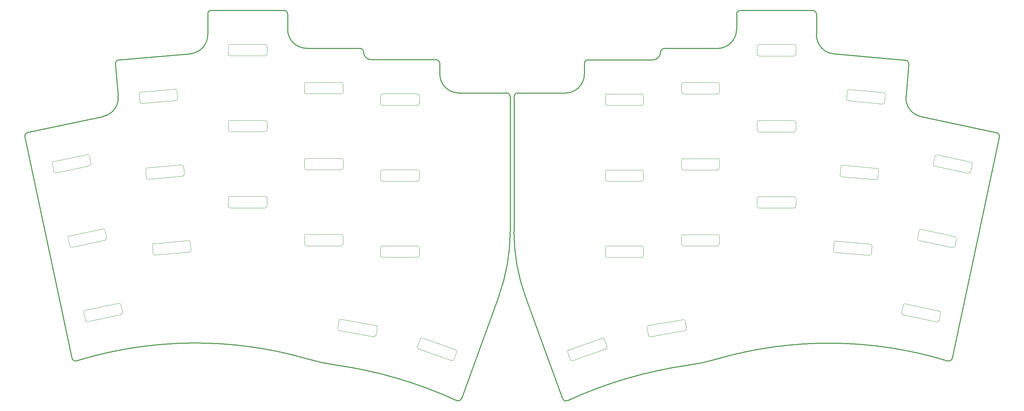
<source format=gbr>
%TF.GenerationSoftware,KiCad,Pcbnew,9.0.0*%
%TF.CreationDate,2025-06-07T14:39:27-06:00*%
%TF.ProjectId,Mau Keys,4d617520-4b65-4797-932e-6b696361645f,rev?*%
%TF.SameCoordinates,Original*%
%TF.FileFunction,Profile,NP*%
%FSLAX46Y46*%
G04 Gerber Fmt 4.6, Leading zero omitted, Abs format (unit mm)*
G04 Created by KiCad (PCBNEW 9.0.0) date 2025-06-07 14:39:27*
%MOMM*%
%LPD*%
G01*
G04 APERTURE LIST*
%TA.AperFunction,Profile*%
%ADD10C,0.250000*%
%TD*%
%TA.AperFunction,Profile*%
%ADD11C,0.050000*%
%TD*%
G04 APERTURE END LIST*
D10*
X228500002Y-16537651D02*
G75*
G02*
X229499949Y-17537650I-102J-1000049D01*
G01*
X186525001Y-29537651D02*
X169499999Y-29537651D01*
X265203928Y-107993413D02*
G75*
G02*
X263930250Y-108748838I-979728J200413D01*
G01*
X256977526Y-44454673D02*
G75*
G02*
X253036086Y-39128156I1039574J4890773D01*
G01*
X168500000Y-33277652D02*
G75*
G02*
X163500000Y-38277650I-5000000J2D01*
G01*
X42022474Y-44417022D02*
X42022474Y-44417023D01*
X276791933Y-48666356D02*
G75*
G02*
X277562106Y-49852410I-207833J-978044D01*
G01*
X148000001Y-38240000D02*
G75*
G02*
X149000000Y-39239998I-1J-1000000D01*
G01*
X203036638Y-108322120D02*
G75*
G02*
X195946387Y-109846237I-14026138J47996020D01*
G01*
X208500000Y-17537650D02*
X208500000Y-21537652D01*
X276791933Y-48666356D02*
X256977526Y-44454674D01*
X229500000Y-22981953D02*
X229500000Y-17537650D01*
X164127949Y-119188789D02*
G75*
G02*
X162769482Y-118622616I-418749J908089D01*
G01*
X150000000Y-39277649D02*
X150000000Y-74722351D01*
X149000000Y-74684700D02*
G75*
G02*
X145984631Y-91785690I-50000010J20D01*
G01*
X89500001Y-16500000D02*
G75*
G02*
X90500000Y-17499999I-1J-1000000D01*
G01*
X109475001Y-26500000D02*
G75*
G02*
X110475000Y-27500000I-1J-1000000D01*
G01*
X64935779Y-27925273D02*
X64935779Y-27925274D01*
X22208067Y-48628705D02*
X42022474Y-44417023D01*
X265203928Y-107993413D02*
X277562178Y-49852425D01*
X103053613Y-109808586D02*
G75*
G02*
X95963360Y-108284474I6935687J49519386D01*
G01*
X145984631Y-91785690D02*
X136230495Y-118584957D01*
X164127949Y-119188789D02*
G75*
G02*
X195946386Y-109846230I47579551J-103190011D01*
G01*
X208500000Y-21537652D02*
G75*
G02*
X203500000Y-26537600I-5000000J52D01*
G01*
X130500000Y-30499998D02*
X130500000Y-33240001D01*
X112474999Y-29500000D02*
G75*
G02*
X110475000Y-27500000I1J2000000D01*
G01*
X45963889Y-39090507D02*
G75*
G02*
X42022475Y-44417025I-4980929J-435813D01*
G01*
X228500002Y-16537651D02*
X209499999Y-16537651D01*
X149000000Y-39239998D02*
X149000000Y-74684700D01*
X252865212Y-29607798D02*
G75*
G02*
X253774281Y-30691153I-87012J-996102D01*
G01*
X35069739Y-108711152D02*
G75*
G02*
X33796071Y-107955762I-293939J955852D01*
G01*
X153015369Y-91823341D02*
G75*
G02*
X149999999Y-74722351I46984231J17100941D01*
G01*
X69500000Y-22944302D02*
G75*
G02*
X64935779Y-27925273I-5000000J2D01*
G01*
X234064221Y-27962924D02*
G75*
G02*
X229500049Y-22981953I435779J4980924D01*
G01*
X256977526Y-44454673D02*
X256977526Y-44454674D01*
X168500000Y-30537649D02*
G75*
G02*
X169499999Y-29537600I1000000J49D01*
G01*
X70499998Y-16500000D02*
X89500001Y-16500000D01*
X188525000Y-27537651D02*
G75*
G02*
X186525001Y-29537600I-2000000J51D01*
G01*
X163500000Y-38277651D02*
X150999999Y-38277651D01*
X45963889Y-39090507D02*
X45225746Y-30653500D01*
X252865212Y-29607798D02*
X234064221Y-27962925D01*
X253036111Y-39128158D02*
X253774254Y-30691151D01*
X35069739Y-108711152D02*
G75*
G02*
X95963363Y-108284467I31158281J-101322678D01*
G01*
X46134788Y-29570147D02*
X64935779Y-27925274D01*
X90500000Y-17499999D02*
X90500000Y-21500001D01*
X188525000Y-27537651D02*
G75*
G02*
X189524999Y-26537600I1000000J51D01*
G01*
X203036638Y-108322120D02*
G75*
G02*
X263930264Y-108748794I29735362J-101749480D01*
G01*
X103053613Y-109808586D02*
G75*
G02*
X134872049Y-119151142I-15760913J-112531914D01*
G01*
X33796072Y-107955762D02*
X21437822Y-49814774D01*
X136230495Y-118584957D02*
G75*
G02*
X134872049Y-119151142I-939695J341857D01*
G01*
X95500000Y-26500000D02*
X109475001Y-26500000D01*
X95500000Y-26500000D02*
G75*
G02*
X90500000Y-21500001I0J5000000D01*
G01*
X150000000Y-39277649D02*
G75*
G02*
X150999999Y-38277600I1000000J49D01*
G01*
X129500001Y-29500000D02*
G75*
G02*
X130500000Y-30499998I-1J-1000000D01*
G01*
X69500000Y-22944302D02*
X69500000Y-17499999D01*
X153015369Y-91823341D02*
X162769505Y-118622608D01*
X135500000Y-38240000D02*
X148000001Y-38240000D01*
X112474999Y-29500000D02*
X129500001Y-29500000D01*
X203500000Y-26537651D02*
X189524999Y-26537651D01*
X168500000Y-30537649D02*
X168500000Y-33277652D01*
X69500000Y-17499999D02*
G75*
G02*
X70499998Y-16500000I1000000J-1D01*
G01*
X45225746Y-30653500D02*
G75*
G02*
X46134787Y-29570138I996154J87200D01*
G01*
X234064221Y-27962924D02*
X234064221Y-27962925D01*
X135500000Y-38240000D02*
G75*
G02*
X130500000Y-33240001I0J5000000D01*
G01*
X21437822Y-49814774D02*
G75*
G02*
X22208067Y-48628705I978138J207924D01*
G01*
X208500000Y-17537650D02*
G75*
G02*
X209499999Y-16537600I1000000J50D01*
G01*
D11*
%TO.C,SwitchR_14*%
X233931872Y-79648067D02*
X234106182Y-77655678D01*
X243352143Y-80974144D02*
X234386390Y-80189742D01*
X243613610Y-77985560D02*
X234647857Y-77201158D01*
X244068129Y-78527235D02*
X243893818Y-80519624D01*
X234106182Y-77655678D02*
G75*
G02*
X234647857Y-77201158I498099J-43579D01*
G01*
X234386390Y-80189742D02*
G75*
G02*
X233931871Y-79648067I43579J498098D01*
G01*
X243613610Y-77985560D02*
G75*
G02*
X244068129Y-78527235I-43578J-498097D01*
G01*
X243893818Y-80519624D02*
G75*
G02*
X243352143Y-80974145I-498098J43577D01*
G01*
%TO.C,Switch4*%
X94900000Y-37962349D02*
X94900000Y-35962349D01*
X104600000Y-35462349D02*
X95400001Y-35462349D01*
X104600000Y-38462349D02*
X95400000Y-38462348D01*
X105100000Y-35962349D02*
X105100000Y-37962349D01*
X94900000Y-35962349D02*
G75*
G02*
X95400000Y-35462349I500001J-1D01*
G01*
X95400000Y-38462349D02*
G75*
G02*
X94900000Y-37962349I1J500001D01*
G01*
X104600000Y-35462349D02*
G75*
G02*
X105100000Y-35962349I0J-500000D01*
G01*
X105100000Y-37962349D02*
G75*
G02*
X104600000Y-38462349I-500000J0D01*
G01*
%TO.C,SwitchR_11*%
X174000001Y-81000000D02*
X174000000Y-79000000D01*
X183500000Y-78500000D02*
X174500000Y-78500000D01*
X183500000Y-81500000D02*
X174500000Y-81500000D01*
X184000000Y-79000000D02*
X184000000Y-81000000D01*
X174000000Y-79000000D02*
G75*
G02*
X174500000Y-78500000I500001J-1D01*
G01*
X174500000Y-81500000D02*
G75*
G02*
X174000000Y-81000000I1J500001D01*
G01*
X183500000Y-78500000D02*
G75*
G02*
X184000000Y-79000000I0J-500000D01*
G01*
X184000000Y-81000000D02*
G75*
G02*
X183500000Y-81500000I-500000J0D01*
G01*
%TO.C,SwitchR_17*%
X185299049Y-101979498D02*
X184951752Y-100009883D01*
X194417563Y-97833092D02*
X185357333Y-99430655D01*
X194938508Y-100787515D02*
X185878276Y-102385077D01*
X194996791Y-98238672D02*
X195344088Y-100208287D01*
X184951752Y-100009883D02*
G75*
G02*
X185357332Y-99430655I492405J86823D01*
G01*
X185878277Y-102385078D02*
G75*
G02*
X185299048Y-101979498I-86824J492405D01*
G01*
X194417563Y-97833092D02*
G75*
G02*
X194996791Y-98238672I86824J-492404D01*
G01*
X195344088Y-100208287D02*
G75*
G02*
X194938508Y-100787515I-492404J-86824D01*
G01*
%TO.C,SwitchR_8*%
X213900000Y-48000000D02*
X213900000Y-46000000D01*
X223600000Y-45500000D02*
X214400001Y-45500000D01*
X223600000Y-48500000D02*
X214400000Y-48499999D01*
X224100000Y-46000000D02*
X224100000Y-48000000D01*
X213900000Y-46000000D02*
G75*
G02*
X214400000Y-45500000I500001J-1D01*
G01*
X214400000Y-48500000D02*
G75*
G02*
X213900000Y-48000000I1J500001D01*
G01*
X223600000Y-45500000D02*
G75*
G02*
X224100000Y-46000000I0J-500000D01*
G01*
X224100000Y-48000000D02*
G75*
G02*
X223600000Y-48500000I-500000J0D01*
G01*
%TO.C,SwitchR_3*%
X213900000Y-28000000D02*
X213900000Y-26000000D01*
X223600000Y-25500000D02*
X214400001Y-25500000D01*
X223600000Y-28500000D02*
X214400000Y-28499999D01*
X224100000Y-26000000D02*
X224100000Y-28000000D01*
X213900000Y-26000000D02*
G75*
G02*
X214400000Y-25500000I500001J-1D01*
G01*
X214400000Y-28500000D02*
G75*
G02*
X213900000Y-28000000I1J500001D01*
G01*
X223600000Y-25500000D02*
G75*
G02*
X224100000Y-26000000I0J-500000D01*
G01*
X224100000Y-28000000D02*
G75*
G02*
X223600000Y-28500000I-500000J0D01*
G01*
%TO.C,Switch2*%
X51619953Y-40546534D02*
X51445641Y-38554145D01*
X60865913Y-37228068D02*
X51900160Y-38012470D01*
X61127380Y-40216652D02*
X52161627Y-41001054D01*
X61407588Y-37682588D02*
X61581899Y-39674977D01*
X51445641Y-38554145D02*
G75*
G02*
X51900160Y-38012470I498098J43577D01*
G01*
X52161627Y-41001054D02*
G75*
G02*
X51619952Y-40546534I-43576J498099D01*
G01*
X60865913Y-37228068D02*
G75*
G02*
X61407587Y-37682588I43577J-498097D01*
G01*
X61581899Y-39674977D02*
G75*
G02*
X61127380Y-40216652I-498097J-43578D01*
G01*
%TO.C,Switch6*%
X33158941Y-78417103D02*
X32743116Y-76460808D01*
X41931563Y-73996573D02*
X33128234Y-75867778D01*
X42524592Y-74381691D02*
X42940416Y-76337986D01*
X42555298Y-76931016D02*
X33751969Y-78802221D01*
X32743116Y-76460808D02*
G75*
G02*
X33128234Y-75867778I489075J103955D01*
G01*
X33751969Y-78802221D02*
G75*
G02*
X33158939Y-78417103I-103955J489075D01*
G01*
X41931563Y-73996573D02*
G75*
G02*
X42524593Y-74381691I103956J-489074D01*
G01*
X42940416Y-76337986D02*
G75*
G02*
X42555298Y-76931016I-489074J-103956D01*
G01*
%TO.C,SwitchR_4*%
X237418102Y-39800279D02*
X237592412Y-37807890D01*
X246838373Y-41126356D02*
X237872620Y-40341954D01*
X247099840Y-38137772D02*
X238134087Y-37353370D01*
X247554359Y-38679447D02*
X247380048Y-40671836D01*
X237592412Y-37807890D02*
G75*
G02*
X238134087Y-37353370I498099J-43579D01*
G01*
X237872620Y-40341954D02*
G75*
G02*
X237418101Y-39800279I43579J498098D01*
G01*
X247099840Y-38137772D02*
G75*
G02*
X247554359Y-38679447I-43578J-498097D01*
G01*
X247380048Y-40671836D02*
G75*
G02*
X246838373Y-41126357I-498098J43577D01*
G01*
%TO.C,Switch12*%
X55106183Y-80394322D02*
X54931871Y-78401933D01*
X64352143Y-77075856D02*
X55386390Y-77860258D01*
X64613610Y-80064440D02*
X55647857Y-80848842D01*
X64893818Y-77530376D02*
X65068129Y-79522765D01*
X54931871Y-78401933D02*
G75*
G02*
X55386390Y-77860258I498098J43577D01*
G01*
X55647857Y-80848842D02*
G75*
G02*
X55106182Y-80394322I-43576J498099D01*
G01*
X64352143Y-77075856D02*
G75*
G02*
X64893817Y-77530376I43577J-498097D01*
G01*
X65068129Y-79522765D02*
G75*
G02*
X64613610Y-80064440I-498097J-43578D01*
G01*
%TO.C,Switch13*%
X74900000Y-67962349D02*
X74900000Y-65962349D01*
X84600000Y-65462349D02*
X75400001Y-65462349D01*
X84600000Y-68462349D02*
X75400000Y-68462348D01*
X85100000Y-65962349D02*
X85100000Y-67962349D01*
X74900000Y-65962349D02*
G75*
G02*
X75400000Y-65462349I500001J-1D01*
G01*
X75400000Y-68462349D02*
G75*
G02*
X74900000Y-67962349I1J500001D01*
G01*
X84600000Y-65462349D02*
G75*
G02*
X85100000Y-65962349I0J-500000D01*
G01*
X85100000Y-67962349D02*
G75*
G02*
X84600000Y-68462349I-500000J0D01*
G01*
%TO.C,SwitchR_16*%
X164763122Y-108343691D02*
X164100446Y-106456667D01*
X173086845Y-102770933D02*
X164406534Y-105819242D01*
X173724270Y-103077021D02*
X174386946Y-104964045D01*
X174080859Y-105601470D02*
X165400547Y-108649779D01*
X164100446Y-106456667D02*
G75*
G02*
X164406533Y-105819243I471757J165668D01*
G01*
X165400547Y-108649779D02*
G75*
G02*
X164763122Y-108343691I-165668J471758D01*
G01*
X173086845Y-102770933D02*
G75*
G02*
X173724271Y-103077021I165669J-471757D01*
G01*
X174386946Y-104964045D02*
G75*
G02*
X174080859Y-105601470I-471756J-165669D01*
G01*
%TO.C,Switch8*%
X74900000Y-47962349D02*
X74900000Y-45962349D01*
X84600000Y-45462349D02*
X75400001Y-45462349D01*
X84600000Y-48462349D02*
X75400000Y-48462348D01*
X85100000Y-45962349D02*
X85100000Y-47962349D01*
X74900000Y-45962349D02*
G75*
G02*
X75400000Y-45462349I500001J-1D01*
G01*
X75400000Y-48462349D02*
G75*
G02*
X74900000Y-47962349I1J500001D01*
G01*
X84600000Y-45462349D02*
G75*
G02*
X85100000Y-45962349I0J-500000D01*
G01*
X85100000Y-47962349D02*
G75*
G02*
X84600000Y-48462349I-500000J0D01*
G01*
%TO.C,Switch15*%
X114900000Y-80962349D02*
X114900000Y-78962349D01*
X124600000Y-78462349D02*
X115400001Y-78462349D01*
X124600000Y-81462349D02*
X115400000Y-81462348D01*
X125100000Y-78962349D02*
X125100000Y-80962349D01*
X114900000Y-78962349D02*
G75*
G02*
X115400000Y-78462349I500001J-1D01*
G01*
X115400000Y-81462349D02*
G75*
G02*
X114900000Y-80962349I1J500001D01*
G01*
X124600000Y-78462349D02*
G75*
G02*
X125100000Y-78962349I0J-500000D01*
G01*
X125100000Y-80962349D02*
G75*
G02*
X124600000Y-81462349I-500000J0D01*
G01*
%TO.C,Switch5*%
X114900000Y-40962349D02*
X114900000Y-38962349D01*
X124600000Y-38462349D02*
X115400001Y-38462349D01*
X124600000Y-41462349D02*
X115400000Y-41462348D01*
X125100000Y-38962349D02*
X125100000Y-40962349D01*
X114900000Y-38962349D02*
G75*
G02*
X115400000Y-38462349I500001J-1D01*
G01*
X115400000Y-41462349D02*
G75*
G02*
X114900000Y-40962349I1J500001D01*
G01*
X124600000Y-38462349D02*
G75*
G02*
X125100000Y-38962349I0J-500000D01*
G01*
X125100000Y-40962349D02*
G75*
G02*
X124600000Y-41462349I-500000J0D01*
G01*
%TO.C,SwitchR_2*%
X194000001Y-38000000D02*
X194000000Y-36000000D01*
X203500000Y-35500000D02*
X194500000Y-35500000D01*
X203500000Y-38500000D02*
X194500000Y-38500000D01*
X204000000Y-36000000D02*
X204000000Y-38000000D01*
X194000000Y-36000000D02*
G75*
G02*
X194500000Y-35500000I500001J-1D01*
G01*
X194500000Y-38500000D02*
G75*
G02*
X194000000Y-38000000I1J500001D01*
G01*
X203500000Y-35500000D02*
G75*
G02*
X204000000Y-36000000I0J-500000D01*
G01*
X204000000Y-38000000D02*
G75*
G02*
X203500000Y-38500000I-500000J0D01*
G01*
%TO.C,SwitchR_6*%
X174000001Y-61000000D02*
X174000000Y-59000000D01*
X183500000Y-58500000D02*
X174500000Y-58500000D01*
X183500000Y-61500000D02*
X174500000Y-61500000D01*
X184000000Y-59000000D02*
X184000000Y-61000000D01*
X174000000Y-59000000D02*
G75*
G02*
X174500000Y-58500000I500001J-1D01*
G01*
X174500000Y-61500000D02*
G75*
G02*
X174000000Y-61000000I1J500001D01*
G01*
X183500000Y-58500000D02*
G75*
G02*
X184000000Y-59000000I0J-500000D01*
G01*
X184000000Y-61000000D02*
G75*
G02*
X183500000Y-61500000I-500000J0D01*
G01*
%TO.C,Switch17*%
X124613054Y-104926394D02*
X125275730Y-103039370D01*
X133599453Y-108612128D02*
X124919142Y-105563818D01*
X134593467Y-105781591D02*
X125913156Y-102733283D01*
X134899554Y-106419016D02*
X134236878Y-108306040D01*
X124919141Y-105563819D02*
G75*
G02*
X124613053Y-104926394I165670J471757D01*
G01*
X125275730Y-103039370D02*
G75*
G02*
X125913155Y-102733282I471757J-165670D01*
G01*
X134236878Y-108306040D02*
G75*
G02*
X133599453Y-108612127I-471756J165669D01*
G01*
X134593467Y-105781591D02*
G75*
G02*
X134899554Y-106419016I-165669J-471756D01*
G01*
%TO.C,Switch7*%
X53363068Y-60470428D02*
X53188756Y-58478039D01*
X62609028Y-57151962D02*
X53643275Y-57936364D01*
X62870495Y-60140546D02*
X53904742Y-60924948D01*
X63150703Y-57606482D02*
X63325014Y-59598871D01*
X53188756Y-58478039D02*
G75*
G02*
X53643275Y-57936364I498098J43577D01*
G01*
X53904742Y-60924948D02*
G75*
G02*
X53363067Y-60470428I-43576J498099D01*
G01*
X62609028Y-57151962D02*
G75*
G02*
X63150702Y-57606482I43577J-498097D01*
G01*
X63325014Y-59598871D02*
G75*
G02*
X62870495Y-60140546I-498097J-43578D01*
G01*
%TO.C,Switch14*%
X94900000Y-77962349D02*
X94900000Y-75962349D01*
X104600000Y-75462349D02*
X95400001Y-75462349D01*
X104600000Y-78462349D02*
X95400000Y-78462348D01*
X105100000Y-75962349D02*
X105100000Y-77962349D01*
X94900000Y-75962349D02*
G75*
G02*
X95400000Y-75462349I500001J-1D01*
G01*
X95400000Y-78462349D02*
G75*
G02*
X94900000Y-77962349I1J500001D01*
G01*
X104600000Y-75462349D02*
G75*
G02*
X105100000Y-75962349I0J-500000D01*
G01*
X105100000Y-77962349D02*
G75*
G02*
X104600000Y-78462349I-500000J0D01*
G01*
%TO.C,SwitchR_5*%
X260217819Y-56900336D02*
X260633642Y-54944041D01*
X269406265Y-59364571D02*
X260602936Y-57493366D01*
X270030000Y-56430128D02*
X261226671Y-54558923D01*
X270415118Y-57023158D02*
X269999294Y-58979453D01*
X260602936Y-57493366D02*
G75*
G02*
X260217818Y-56900336I103957J489075D01*
G01*
X260633642Y-54944041D02*
G75*
G02*
X261226671Y-54558924I489074J-103957D01*
G01*
X269999294Y-58979453D02*
G75*
G02*
X269406265Y-59364570I-489073J103956D01*
G01*
X270030000Y-56430128D02*
G75*
G02*
X270415118Y-57023158I-103956J-489074D01*
G01*
%TO.C,Switch10*%
X114900000Y-60962349D02*
X114900000Y-58962349D01*
X124600000Y-58462349D02*
X115400001Y-58462349D01*
X124600000Y-61462349D02*
X115400000Y-61462348D01*
X125100000Y-58962349D02*
X125100000Y-60962349D01*
X114900000Y-58962349D02*
G75*
G02*
X115400000Y-58462349I500001J-1D01*
G01*
X115400000Y-61462349D02*
G75*
G02*
X114900000Y-60962349I1J500001D01*
G01*
X124600000Y-58462349D02*
G75*
G02*
X125100000Y-58962349I0J-500000D01*
G01*
X125100000Y-60962349D02*
G75*
G02*
X124600000Y-61462349I-500000J0D01*
G01*
%TO.C,SwitchR_13*%
X213900000Y-68000000D02*
X213900000Y-66000000D01*
X223600000Y-65500000D02*
X214400001Y-65500000D01*
X223600000Y-68500000D02*
X214400000Y-68499999D01*
X224100000Y-66000000D02*
X224100000Y-68000000D01*
X213900000Y-66000000D02*
G75*
G02*
X214400000Y-65500000I500001J-1D01*
G01*
X214400000Y-68500000D02*
G75*
G02*
X213900000Y-68000000I1J500001D01*
G01*
X223600000Y-65500000D02*
G75*
G02*
X224100000Y-66000000I0J-500000D01*
G01*
X224100000Y-68000000D02*
G75*
G02*
X223600000Y-68500000I-500000J0D01*
G01*
%TO.C,SwitchR_10*%
X256059585Y-76463288D02*
X256475408Y-74506993D01*
X265248031Y-78927523D02*
X256444702Y-77056318D01*
X265871766Y-75993080D02*
X257068437Y-74121875D01*
X266256884Y-76586110D02*
X265841060Y-78542405D01*
X256444702Y-77056318D02*
G75*
G02*
X256059584Y-76463288I103957J489075D01*
G01*
X256475408Y-74506993D02*
G75*
G02*
X257068437Y-74121876I489074J-103957D01*
G01*
X265841060Y-78542405D02*
G75*
G02*
X265248031Y-78927522I-489073J103956D01*
G01*
X265871766Y-75993080D02*
G75*
G02*
X266256884Y-76586110I-103956J-489074D01*
G01*
%TO.C,SwitchR_15*%
X251901351Y-96026240D02*
X252317174Y-94069945D01*
X261089797Y-98490475D02*
X252286468Y-96619270D01*
X261713532Y-95556032D02*
X252910203Y-93684827D01*
X262098650Y-96149062D02*
X261682826Y-98105357D01*
X252286468Y-96619270D02*
G75*
G02*
X251901350Y-96026240I103957J489075D01*
G01*
X252317174Y-94069945D02*
G75*
G02*
X252910203Y-93684828I489074J-103957D01*
G01*
X261682826Y-98105357D02*
G75*
G02*
X261089797Y-98490474I-489073J103956D01*
G01*
X261713532Y-95556032D02*
G75*
G02*
X262098650Y-96149062I-103956J-489074D01*
G01*
%TO.C,SwitchR_1*%
X174000001Y-41000000D02*
X174000000Y-39000000D01*
X183500000Y-38500000D02*
X174500000Y-38500000D01*
X183500000Y-41500000D02*
X174500000Y-41500000D01*
X184000000Y-39000000D02*
X184000000Y-41000000D01*
X174000000Y-39000000D02*
G75*
G02*
X174500000Y-38500000I500001J-1D01*
G01*
X174500000Y-41500000D02*
G75*
G02*
X174000000Y-41000000I1J500001D01*
G01*
X183500000Y-38500000D02*
G75*
G02*
X184000000Y-39000000I0J-500000D01*
G01*
X184000000Y-41000000D02*
G75*
G02*
X183500000Y-41500000I-500000J0D01*
G01*
%TO.C,SwitchR_9*%
X235674987Y-59724173D02*
X235849297Y-57731784D01*
X245095258Y-61050250D02*
X236129505Y-60265848D01*
X245356725Y-58061666D02*
X236390972Y-57277264D01*
X245811244Y-58603341D02*
X245636933Y-60595730D01*
X235849297Y-57731784D02*
G75*
G02*
X236390972Y-57277264I498099J-43579D01*
G01*
X236129505Y-60265848D02*
G75*
G02*
X235674986Y-59724173I43579J498098D01*
G01*
X245356725Y-58061666D02*
G75*
G02*
X245811244Y-58603341I-43578J-498097D01*
G01*
X245636933Y-60595730D02*
G75*
G02*
X245095258Y-61050251I-498098J43577D01*
G01*
%TO.C,Switch3*%
X74900000Y-27962349D02*
X74900000Y-25962349D01*
X84600000Y-25462349D02*
X75400001Y-25462349D01*
X84600000Y-28462349D02*
X75400000Y-28462348D01*
X85100000Y-25962349D02*
X85100000Y-27962349D01*
X74900000Y-25962349D02*
G75*
G02*
X75400000Y-25462349I500001J-1D01*
G01*
X75400000Y-28462349D02*
G75*
G02*
X74900000Y-27962349I1J500001D01*
G01*
X84600000Y-25462349D02*
G75*
G02*
X85100000Y-25962349I0J-500000D01*
G01*
X85100000Y-27962349D02*
G75*
G02*
X84600000Y-28462349I-500000J0D01*
G01*
%TO.C,SwitchR_7*%
X194000001Y-58000000D02*
X194000000Y-56000000D01*
X203500000Y-55500000D02*
X194500000Y-55500000D01*
X203500000Y-58500000D02*
X194500000Y-58500000D01*
X204000000Y-56000000D02*
X204000000Y-58000000D01*
X194000000Y-56000000D02*
G75*
G02*
X194500000Y-55500000I500001J-1D01*
G01*
X194500000Y-58500000D02*
G75*
G02*
X194000000Y-58000000I1J500001D01*
G01*
X203500000Y-55500000D02*
G75*
G02*
X204000000Y-56000000I0J-500000D01*
G01*
X204000000Y-58000000D02*
G75*
G02*
X203500000Y-58500000I-500000J0D01*
G01*
%TO.C,Switch9*%
X94900000Y-57962349D02*
X94900000Y-55962349D01*
X104600000Y-55462349D02*
X95400001Y-55462349D01*
X104600000Y-58462349D02*
X95400000Y-58462348D01*
X105100000Y-55962349D02*
X105100000Y-57962349D01*
X94900000Y-55962349D02*
G75*
G02*
X95400000Y-55462349I500001J-1D01*
G01*
X95400000Y-58462349D02*
G75*
G02*
X94900000Y-57962349I1J500001D01*
G01*
X104600000Y-55462349D02*
G75*
G02*
X105100000Y-55962349I0J-500000D01*
G01*
X105100000Y-57962349D02*
G75*
G02*
X104600000Y-58462349I-500000J0D01*
G01*
%TO.C,SwitchR_12*%
X194000001Y-78000000D02*
X194000000Y-76000000D01*
X203500000Y-75500000D02*
X194500000Y-75500000D01*
X203500000Y-78500000D02*
X194500000Y-78500000D01*
X204000000Y-76000000D02*
X204000000Y-78000000D01*
X194000000Y-76000000D02*
G75*
G02*
X194500000Y-75500000I500001J-1D01*
G01*
X194500000Y-78500000D02*
G75*
G02*
X194000000Y-78000000I1J500001D01*
G01*
X203500000Y-75500000D02*
G75*
G02*
X204000000Y-76000000I0J-500000D01*
G01*
X204000000Y-78000000D02*
G75*
G02*
X203500000Y-78500000I-500000J0D01*
G01*
%TO.C,Switch1*%
X29000707Y-58854151D02*
X28584882Y-56897856D01*
X37773329Y-54433621D02*
X28970000Y-56304826D01*
X38366358Y-54818739D02*
X38782182Y-56775034D01*
X38397064Y-57368064D02*
X29593735Y-59239269D01*
X28584882Y-56897856D02*
G75*
G02*
X28970000Y-56304826I489075J103955D01*
G01*
X29593735Y-59239269D02*
G75*
G02*
X29000705Y-58854151I-103955J489075D01*
G01*
X37773329Y-54433621D02*
G75*
G02*
X38366359Y-54818739I103956J-489074D01*
G01*
X38782182Y-56775034D02*
G75*
G02*
X38397064Y-57368064I-489074J-103956D01*
G01*
%TO.C,Switch16*%
X103655912Y-100170636D02*
X104003209Y-98201021D01*
X113121723Y-102347427D02*
X104061492Y-100749863D01*
X113642668Y-99393004D02*
X104582438Y-97795441D01*
X114048248Y-99972232D02*
X113700951Y-101941847D01*
X104003209Y-98201021D02*
G75*
G02*
X104582437Y-97795442I492404J-86825D01*
G01*
X104061492Y-100749864D02*
G75*
G02*
X103655912Y-100170636I86825J492405D01*
G01*
X113642668Y-99393004D02*
G75*
G02*
X114048248Y-99972232I-86824J-492404D01*
G01*
X113700951Y-101941847D02*
G75*
G02*
X113121723Y-102347427I-492404J86824D01*
G01*
%TO.C,Switch11*%
X37317175Y-97980055D02*
X36901350Y-96023760D01*
X46089797Y-93559525D02*
X37286468Y-95430730D01*
X46682826Y-93944643D02*
X47098650Y-95900938D01*
X46713532Y-96493968D02*
X37910203Y-98365173D01*
X36901350Y-96023760D02*
G75*
G02*
X37286468Y-95430730I489075J103955D01*
G01*
X37910203Y-98365173D02*
G75*
G02*
X37317173Y-97980055I-103955J489075D01*
G01*
X46089797Y-93559525D02*
G75*
G02*
X46682827Y-93944643I103956J-489074D01*
G01*
X47098650Y-95900938D02*
G75*
G02*
X46713532Y-96493968I-489074J-103956D01*
G01*
%TD*%
M02*

</source>
